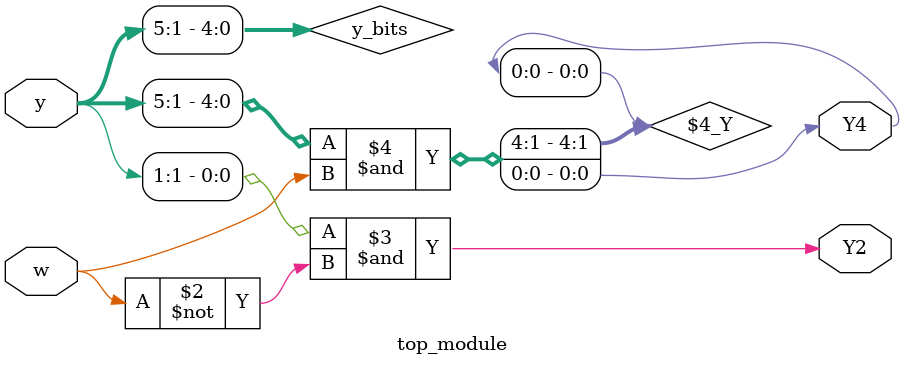
<source format=sv>
module top_module (
	input [6:1] y,
	input w,
	output reg Y2,
	output reg Y4
);

	reg [5:1] y_bits;

	always @ (*)
	begin
		y_bits = y[5:1];
		Y2 = y[1] & ~w;
		Y4 = y_bits & w;
	end

endmodule

</source>
